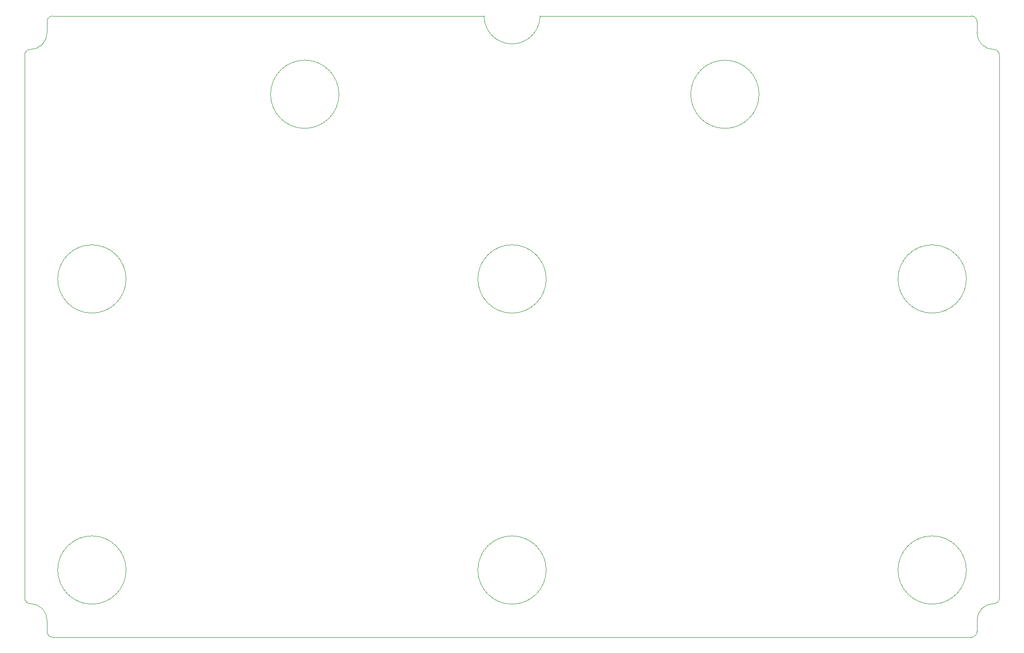
<source format=gm1>
G04 #@! TF.GenerationSoftware,KiCad,Pcbnew,8.0.4+1*
G04 #@! TF.CreationDate,2024-10-05T14:06:02+00:00*
G04 #@! TF.ProjectId,pedalboard-display,70656461-6c62-46f6-9172-642d64697370,0.0.0-RC1*
G04 #@! TF.SameCoordinates,Original*
G04 #@! TF.FileFunction,Profile,NP*
%FSLAX46Y46*%
G04 Gerber Fmt 4.6, Leading zero omitted, Abs format (unit mm)*
G04 Created by KiCad (PCBNEW 8.0.4+1) date 2024-10-05 14:06:02*
%MOMM*%
%LPD*%
G01*
G04 APERTURE LIST*
G04 #@! TA.AperFunction,Profile*
%ADD10C,0.100000*%
G04 #@! TD*
G04 APERTURE END LIST*
D10*
X25000000Y-136000000D02*
X112000000Y-136000000D01*
X188100000Y-124000000D02*
G75*
G02*
X175900000Y-124000000I-6100000J0D01*
G01*
X175900000Y-124000000D02*
G75*
G02*
X188100000Y-124000000I6100000J0D01*
G01*
X24000000Y-26000000D02*
G75*
G02*
X25000000Y-25000000I1000000J0D01*
G01*
X20000000Y-32000000D02*
G75*
G02*
X21000000Y-31000000I1000000J0D01*
G01*
X124200000Y-25000000D02*
X189000000Y-25000000D01*
X24000000Y-133000000D02*
X24000000Y-135000000D01*
X190000000Y-26000000D02*
X190000000Y-28000000D01*
X193000000Y-31000000D02*
G75*
G02*
X194000000Y-32000000I0J-1000000D01*
G01*
X21000000Y-130000000D02*
G75*
G02*
X20000000Y-129000000I0J1000000D01*
G01*
X112000000Y-25000000D02*
G75*
G02*
X102000000Y-25000000I-5000000J0D01*
G01*
X112000000Y-136000000D02*
X189000000Y-136000000D01*
X151100000Y-39000000D02*
G75*
G02*
X138900000Y-39000000I-6100000J0D01*
G01*
X138900000Y-39000000D02*
G75*
G02*
X151100000Y-39000000I6100000J0D01*
G01*
X24000000Y-28000000D02*
G75*
G02*
X21000000Y-31000000I-3000000J0D01*
G01*
X94200000Y-25000000D02*
X102000000Y-25000000D01*
X76100000Y-39000000D02*
G75*
G02*
X63900000Y-39000000I-6100000J0D01*
G01*
X63900000Y-39000000D02*
G75*
G02*
X76100000Y-39000000I6100000J0D01*
G01*
X188100000Y-72000000D02*
G75*
G02*
X175900000Y-72000000I-6100000J0D01*
G01*
X175900000Y-72000000D02*
G75*
G02*
X188100000Y-72000000I6100000J0D01*
G01*
X38100000Y-124000000D02*
G75*
G02*
X25900000Y-124000000I-6100000J0D01*
G01*
X25900000Y-124000000D02*
G75*
G02*
X38100000Y-124000000I6100000J0D01*
G01*
X113100000Y-72000000D02*
G75*
G02*
X100900000Y-72000000I-6100000J0D01*
G01*
X100900000Y-72000000D02*
G75*
G02*
X113100000Y-72000000I6100000J0D01*
G01*
X194000000Y-32000000D02*
X194000000Y-129000000D01*
X190000000Y-135000000D02*
G75*
G02*
X189000000Y-136000000I-1000000J0D01*
G01*
X38100000Y-72000000D02*
G75*
G02*
X25900000Y-72000000I-6100000J0D01*
G01*
X25900000Y-72000000D02*
G75*
G02*
X38100000Y-72000000I6100000J0D01*
G01*
X112000000Y-25000000D02*
X124200000Y-25000000D01*
X25000000Y-136000000D02*
G75*
G02*
X24000000Y-135000000I0J1000000D01*
G01*
X194000000Y-129000000D02*
G75*
G02*
X193000000Y-130000000I-1000000J0D01*
G01*
X189000000Y-25000000D02*
G75*
G02*
X190000000Y-26000000I0J-1000000D01*
G01*
X193000000Y-31000000D02*
G75*
G02*
X190000000Y-28000000I0J3000000D01*
G01*
X20000000Y-129000000D02*
X20000000Y-32000000D01*
X94200000Y-25000000D02*
X25000000Y-25000000D01*
X190000000Y-133000000D02*
X190000000Y-135000000D01*
X190000000Y-133000000D02*
G75*
G02*
X193000000Y-130000000I3000000J0D01*
G01*
X24000000Y-26000000D02*
X24000000Y-28000000D01*
X113100000Y-124000000D02*
G75*
G02*
X100900000Y-124000000I-6100000J0D01*
G01*
X100900000Y-124000000D02*
G75*
G02*
X113100000Y-124000000I6100000J0D01*
G01*
X21000000Y-130000000D02*
G75*
G02*
X24000000Y-133000000I0J-3000000D01*
G01*
M02*

</source>
